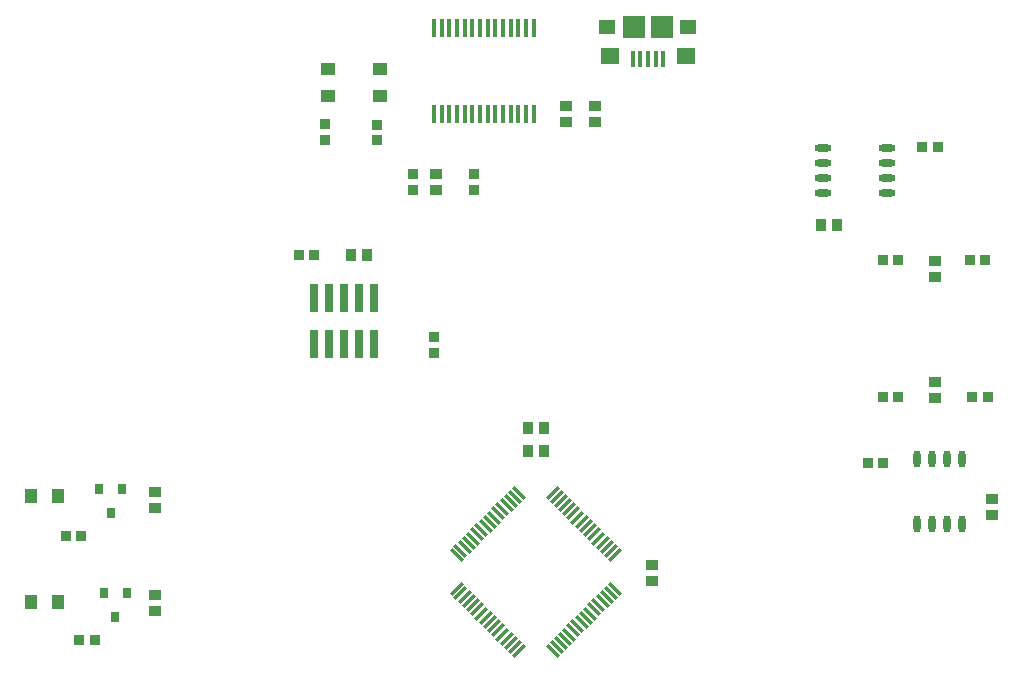
<source format=gtp>
%FSLAX23Y23*%
%MOIN*%
%SFA1B1*%

%IPPOS*%
%AMD20*
4,1,4,0.022900,0.014600,0.014600,0.022900,-0.022900,-0.014600,-0.014600,-0.022900,0.022900,0.014600,0.0*
%
%AMD21*
4,1,4,-0.014600,0.022900,-0.022900,0.014600,0.014600,-0.022900,0.022900,-0.014600,-0.014600,0.022900,0.0*
%
%ADD18R,0.033470X0.037400*%
%ADD19R,0.037400X0.033470*%
G04~CAMADD=20~9~0.0~0.0~118.1~531.5~0.0~0.0~0~0.0~0.0~0.0~0.0~0~0.0~0.0~0.0~0.0~0~0.0~0.0~0.0~315.0~458.0~457.0*
%ADD20D20*%
G04~CAMADD=21~9~0.0~0.0~118.1~531.5~0.0~0.0~0~0.0~0.0~0.0~0.0~0~0.0~0.0~0.0~0.0~0~0.0~0.0~0.0~45.0~458.0~457.0*
%ADD21D21*%
%ADD22R,0.039370X0.035430*%
%ADD23R,0.011810X0.064960*%
%ADD24O,0.023620X0.057090*%
%ADD25O,0.057090X0.023620*%
%ADD26R,0.029920X0.094490*%
%ADD27R,0.031500X0.035430*%
%ADD28R,0.015750X0.053150*%
%ADD29R,0.062990X0.055120*%
%ADD30R,0.057090X0.051180*%
%ADD31R,0.074800X0.074800*%
%ADD32R,0.051180X0.043310*%
%ADD33R,0.043310X0.051180*%
%ADD34R,0.035430X0.039370*%
%LNdev_board_pcb-1*%
%LPD*%
G54D18*
X446Y1740D03*
X498D03*
X401Y2086D03*
X452D03*
X1179Y3023D03*
X1230D03*
X3076Y2330D03*
X3127D03*
X3423Y2551D03*
X3474D03*
X3124D03*
X3175D03*
X3309Y3385D03*
X3257D03*
X3415Y3007D03*
X3466D03*
X3124D03*
X3175D03*
G54D19*
X1763Y3242D03*
Y3293D03*
X1440Y3458D03*
Y3407D03*
X1267Y3460D03*
Y3409D03*
X1559Y3293D03*
Y3242D03*
X1629Y2698D03*
Y2750D03*
G54D20*
X2024Y2232D03*
X2038Y2219D03*
X2052Y2205D03*
X2065Y2191D03*
X2079Y2177D03*
X2093Y2163D03*
X2107Y2149D03*
X2121Y2135D03*
X2135Y2121D03*
X2149Y2107D03*
X2163Y2093D03*
X2177Y2079D03*
X2191Y2065D03*
X2205Y2052D03*
X2219Y2038D03*
X2232Y2024D03*
X1912Y1704D03*
X1898Y1717D03*
X1884Y1731D03*
X1871Y1745D03*
X1857Y1759D03*
X1843Y1773D03*
X1829Y1787D03*
X1815Y1801D03*
X1801Y1815D03*
X1787Y1829D03*
X1773Y1843D03*
X1759Y1857D03*
X1745Y1871D03*
X1731Y1884D03*
X1717Y1898D03*
X1704Y1912D03*
G54D21*
X2232Y1912D03*
X2219Y1898D03*
X2205Y1884D03*
X2191Y1871D03*
X2177Y1857D03*
X2163Y1843D03*
X2149Y1829D03*
X2135Y1815D03*
X2121Y1801D03*
X2107Y1787D03*
X2093Y1773D03*
X2079Y1759D03*
X2065Y1745D03*
X2052Y1731D03*
X2038Y1717D03*
X2024Y1704D03*
X1704Y2024D03*
X1717Y2038D03*
X1731Y2052D03*
X1745Y2065D03*
X1759Y2079D03*
X1773Y2093D03*
X1787Y2107D03*
X1801Y2121D03*
X1815Y2135D03*
X1829Y2149D03*
X1843Y2163D03*
X1857Y2177D03*
X1871Y2191D03*
X1884Y2205D03*
X1898Y2219D03*
X1912Y2232D03*
G54D22*
X2165Y3469D03*
Y3522D03*
X2070Y3469D03*
Y3522D03*
X2354Y1990D03*
Y1937D03*
X3299Y2548D03*
Y2601D03*
X3488Y2159D03*
Y2212D03*
X1637Y3241D03*
Y3294D03*
X3299Y3005D03*
Y2952D03*
X700Y2181D03*
Y2234D03*
Y1839D03*
Y1892D03*
G54D23*
X1628Y3495D03*
X1654D03*
X1680D03*
X1705D03*
X1731D03*
X1756D03*
X1782D03*
X1808D03*
X1833D03*
X1859D03*
X1884D03*
X1910D03*
X1936D03*
X1961D03*
X1628Y3780D03*
X1654D03*
X1680D03*
X1705D03*
X1731D03*
X1756D03*
X1782D03*
X1808D03*
X1833D03*
X1859D03*
X1884D03*
X1910D03*
X1936D03*
X1961D03*
G54D24*
X3389Y2343D03*
X3339D03*
X3289D03*
X3239D03*
X3389Y2128D03*
X3339D03*
X3289D03*
X3239D03*
G54D25*
X3138Y3232D03*
Y3282D03*
Y3332D03*
Y3382D03*
X2924Y3232D03*
Y3282D03*
Y3332D03*
Y3382D03*
G54D26*
X1230Y2728D03*
Y2881D03*
X1280Y2728D03*
Y2881D03*
X1330Y2728D03*
Y2881D03*
X1380Y2728D03*
Y2881D03*
X1430Y2728D03*
Y2881D03*
G54D27*
X551Y2165D03*
X513Y2244D03*
X588D03*
X566Y1818D03*
X529Y1897D03*
X604D03*
G54D28*
X2393Y3678D03*
X2368D03*
X2342D03*
X2316D03*
X2291D03*
G54D29*
X2468Y3687D03*
X2216D03*
G54D30*
X2477Y3783D03*
X2207D03*
G54D31*
X2389Y3783D03*
X2295D03*
G54D32*
X1448Y3553D03*
Y3643D03*
X1275D03*
Y3553D03*
G54D33*
X375Y2220D03*
X285D03*
X375Y1866D03*
X285D03*
G54D34*
X1941Y2370D03*
X1995D03*
X1941Y2448D03*
X1995D03*
X1404Y3023D03*
X1351D03*
X2971Y3125D03*
X2918D03*
M02*
</source>
